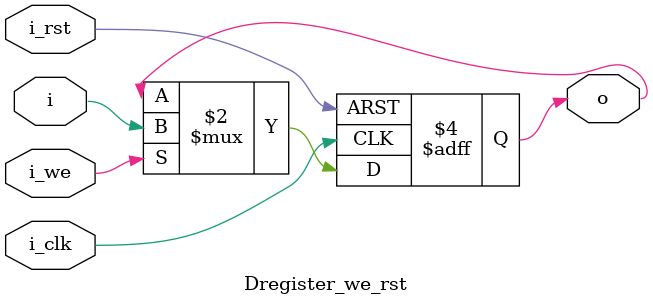
<source format=v>
module Dregister_we_rst #(
        parameter WIDTH = 1,
        parameter [WIDTH-1:0] RESET_VALUE = {WIDTH{1'b0}}
)(
        input   wire    [WIDTH-1:0]     i,
        output  reg     [WIDTH-1:0]     o,
        input   wire                    i_we,
        input   wire                    i_clk,
        input   wire                    i_rst
);

always @(posedge i_clk or posedge i_rst)
        if(i_rst) o <= #1 RESET_VALUE;
        else if(i_we) o <= #1 i;

endmodule


</source>
